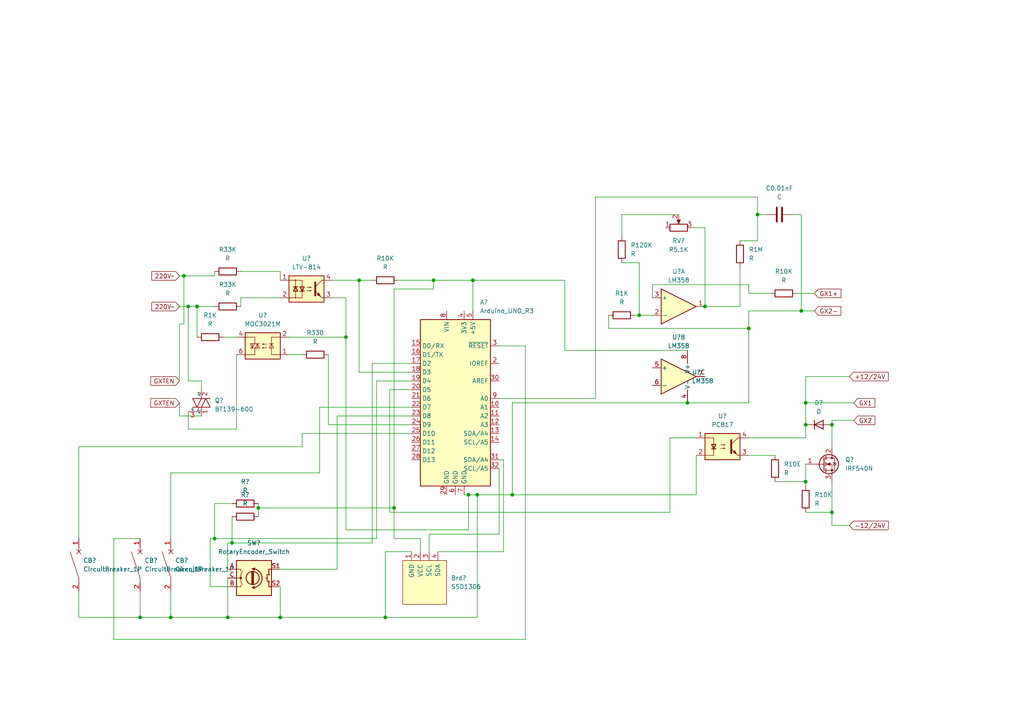
<source format=kicad_sch>
(kicad_sch (version 20211123) (generator eeschema)
  (paper "A4")
  (lib_symbols
    (symbol "Amplifier_Operational:LM358" (pin_names (offset 0.127))
      (property "Reference" "U" (at 0 5.08 0))
      (property "Value" "LM358" (at 0 -5.08 0))
      (symbol "LM358_1_1"
        (polyline (pts (xy -5.08 5.08) (xy 5.08 0) (xy -5.08 -5.08) (xy -5.08 5.08)) (stroke (width 0.254)) (fill (type background)))
        (pin output line (at 7.62 0 180) (length 2.54) (name "~") (number "1"))
        (pin input line (at -7.62 -2.54 0) (length 2.54) (name "-") (number "2"))
        (pin input line (at -7.62 2.54 0) (length 2.54) (name "+") (number "3"))
      )
      (symbol "LM358_2_1"
        (polyline (pts (xy -5.08 5.08) (xy 5.08 0) (xy -5.08 -5.08) (xy -5.08 5.08)) (stroke (width 0.254)) (fill (type background)))
        (pin input line (at -7.62 2.54 0) (length 2.54) (name "+") (number "5"))
        (pin input line (at -7.62 -2.54 0) (length 2.54) (name "-") (number "6"))
        (pin output line (at 7.62 0 180) (length 2.54) (name "~") (number "7"))
      )
      (symbol "LM358_3_1"
        (pin power_in line (at -2.54 -7.62 90) (length 3.81) (name "V-") (number "4"))
        (pin power_in line (at -2.54 7.62 270) (length 3.81) (name "V+") (number "8"))
      )
    )
    (symbol "Device:C" (pin_numbers hide) (pin_names (offset 0.254))
      (property "Reference" "C" (at 0.635 2.54 0))
      (property "Value" "C" (at 0.635 -2.54 0))
      (symbol "C_0_1"
        (polyline (pts (xy -2.032 -0.762) (xy 2.032 -0.762)) (stroke (width 0.508)))
        (polyline (pts (xy -2.032 0.762) (xy 2.032 0.762)) (stroke (width 0.508)))
      )
      (symbol "C_1_1"
        (pin passive line (at 0 3.81 270) (length 2.794) (name "~") (number "1"))
        (pin passive line (at 0 -3.81 90) (length 2.794) (name "~") (number "2"))
      )
    )
    (symbol "Device:CircuitBreaker_1P"
      (property "Reference" "CB" (at 1.905 0 0))
      (property "Value" "CircuitBreaker_1P" (at 1.905 1.905 0))
      (symbol "CircuitBreaker_1P_0_1"
        (polyline (pts (xy 0 -5.08) (xy 0 -3.81)))
        (polyline (pts (xy 0 -3.81) (xy -2.54 3.81)))
      )
      (symbol "CircuitBreaker_1P_1_1"
        (polyline (pts (xy -0.635 4.445) (xy 0.635 3.175)))
        (polyline (pts (xy 0 5.08) (xy 0 3.81)))
        (polyline (pts (xy 0.635 4.445) (xy -0.635 3.175)))
        (pin passive line (at 0 7.62 270) (length 2.54) (name "~") (number "1"))
        (pin passive line (at 0 -7.62 90) (length 2.54) (name "~") (number "2"))
      )
    )
    (symbol "Device:D" (pin_numbers hide) (pin_names (offset 1.016) hide)
      (property "Reference" "D" (at 0 2.54 0))
      (property "Value" "D" (at 0 -2.54 0))
      (symbol "D_0_1"
        (polyline (pts (xy -1.27 1.27) (xy -1.27 -1.27)) (stroke (width 0.254)))
        (polyline (pts (xy 1.27 0) (xy -1.27 0)))
        (polyline (pts (xy 1.27 1.27) (xy 1.27 -1.27) (xy -1.27 0) (xy 1.27 1.27)) (stroke (width 0.254)))
      )
      (symbol "D_1_1"
        (pin passive line (at -3.81 0 0) (length 2.54) (name "K") (number "1"))
        (pin passive line (at 3.81 0 180) (length 2.54) (name "A") (number "2"))
      )
    )
    (symbol "Device:R" (pin_numbers hide) (pin_names (offset 0))
      (property "Reference" "R" (at 2.032 0 90))
      (property "Value" "R" (at 0 0 90))
      (symbol "R_0_1"
        (rectangle (start -1.016 -2.54) (end 1.016 2.54) (stroke (width 0.254)))
      )
      (symbol "R_1_1"
        (pin passive line (at 0 3.81 270) (length 1.27) (name "~") (number "1"))
        (pin passive line (at 0 -3.81 90) (length 1.27) (name "~") (number "2"))
      )
    )
    (symbol "Device:R_Potentiometer" (pin_names (offset 1.016) hide)
      (property "Reference" "RV" (at -4.445 0 90))
      (property "Value" "R_Potentiometer" (at -2.54 0 90))
      (symbol "R_Potentiometer_0_1"
        (polyline (pts (xy 2.54 0) (xy 1.524 0)))
        (polyline (pts (xy 1.143 0) (xy 2.286 0.508) (xy 2.286 -0.508) (xy 1.143 0)) (fill (type outline)))
        (rectangle (start 1.016 2.54) (end -1.016 -2.54) (stroke (width 0.254)))
      )
      (symbol "R_Potentiometer_1_1"
        (pin passive line (at 0 3.81 270) (length 1.27) (name "1") (number "1"))
        (pin passive line (at 3.81 0 180) (length 1.27) (name "2") (number "2"))
        (pin passive line (at 0 -3.81 90) (length 1.27) (name "3") (number "3"))
      )
    )
    (symbol "Device:RotaryEncoder_Switch" (pin_names (offset 0.254) hide)
      (property "Reference" "SW" (at 0 6.604 0))
      (property "Value" "RotaryEncoder_Switch" (at 0 -6.604 0))
      (symbol "RotaryEncoder_Switch_0_1"
        (rectangle (start -5.08 5.08) (end 5.08 -5.08) (stroke (width 0.254)) (fill (type background)))
        (circle (center -3.81 0) (radius 0.254) (fill (type outline)))
        (arc (start -0.381 -2.794) (mid 2.3622 -0.0508) (end -0.381 2.667) (stroke (width 0.254)))
        (circle (center -0.381 0) (radius 1.905) (stroke (width 0.254)))
        (polyline (pts (xy -0.635 -1.778) (xy -0.635 1.778)) (stroke (width 0.254)))
        (polyline (pts (xy -0.381 -1.778) (xy -0.381 1.778)) (stroke (width 0.254)))
        (polyline (pts (xy -0.127 1.778) (xy -0.127 -1.778)) (stroke (width 0.254)))
        (polyline (pts (xy 3.81 0) (xy 3.429 0)) (stroke (width 0.254)))
        (polyline (pts (xy 3.81 1.016) (xy 3.81 -1.016)) (stroke (width 0.254)))
        (polyline (pts (xy -5.08 -2.54) (xy -3.81 -2.54) (xy -3.81 -2.032)))
        (polyline (pts (xy -5.08 2.54) (xy -3.81 2.54) (xy -3.81 2.032)))
        (polyline (pts (xy 0.254 -3.048) (xy -0.508 -2.794) (xy 0.127 -2.413)) (stroke (width 0.254)))
        (polyline (pts (xy 0.254 2.921) (xy -0.508 2.667) (xy 0.127 2.286)) (stroke (width 0.254)))
        (polyline (pts (xy 5.08 -2.54) (xy 4.318 -2.54) (xy 4.318 -1.016)) (stroke (width 0.254)))
        (polyline (pts (xy 5.08 2.54) (xy 4.318 2.54) (xy 4.318 1.016)) (stroke (width 0.254)))
        (polyline (pts (xy -5.08 0) (xy -3.81 0) (xy -3.81 -1.016) (xy -3.302 -2.032)))
        (polyline (pts (xy -4.318 0) (xy -3.81 0) (xy -3.81 1.016) (xy -3.302 2.032)))
        (circle (center 4.318 -1.016) (radius 0.127) (stroke (width 0.254)))
        (circle (center 4.318 1.016) (radius 0.127) (stroke (width 0.254)))
      )
      (symbol "RotaryEncoder_Switch_1_1"
        (pin passive line (at -7.62 2.54 0) (length 2.54) (name "A") (number "A"))
        (pin passive line (at -7.62 -2.54 0) (length 2.54) (name "B") (number "B"))
        (pin passive line (at -7.62 0 0) (length 2.54) (name "C") (number "C"))
        (pin passive line (at 7.62 2.54 180) (length 2.54) (name "S1") (number "S1"))
        (pin passive line (at 7.62 -2.54 180) (length 2.54) (name "S2") (number "S2"))
      )
    )
    (symbol "Isolator:LTV-814" (pin_names (offset 1.016))
      (property "Reference" "U" (at -5.08 5.08 0))
      (property "Value" "LTV-814" (at 0 5.08 0))
      (symbol "LTV-814_0_1"
        (rectangle (start -5.08 3.81) (end 5.08 -3.81) (stroke (width 0.254)) (fill (type background)))
        (circle (center -3.175 -2.54) (radius 0.127))
        (circle (center -3.175 2.54) (radius 0.127))
        (polyline (pts (xy -3.175 2.54) (xy -3.175 -2.54)))
        (polyline (pts (xy -1.905 -0.635) (xy -0.635 -0.635)) (stroke (width 0.254)))
        (polyline (pts (xy 2.54 0.635) (xy 4.445 2.54)))
        (polyline (pts (xy 4.445 -2.54) (xy 2.54 -0.635)) (fill (type outline)))
        (polyline (pts (xy 4.445 -2.54) (xy 5.08 -2.54)))
        (polyline (pts (xy 4.445 2.54) (xy 5.08 2.54)))
        (polyline (pts (xy -5.08 2.54) (xy -1.27 2.54) (xy -1.27 -0.762)))
        (polyline (pts (xy -1.27 -0.635) (xy -1.27 -2.54) (xy -5.08 -2.54)))
        (polyline (pts (xy 2.54 1.905) (xy 2.54 -1.905) (xy 2.54 -1.905)) (stroke (width 0.508)))
        (polyline (pts (xy -1.27 -0.635) (xy -1.905 0.635) (xy -0.635 0.635) (xy -1.27 -0.635)) (stroke (width 0.254)))
        (polyline (pts (xy 0.127 -0.508) (xy 1.397 -0.508) (xy 1.016 -0.635) (xy 1.016 -0.381) (xy 1.397 -0.508)))
        (polyline (pts (xy 0.127 0.508) (xy 1.397 0.508) (xy 1.016 0.381) (xy 1.016 0.635) (xy 1.397 0.508)))
        (polyline (pts (xy 3.048 -1.651) (xy 3.556 -1.143) (xy 4.064 -2.159) (xy 3.048 -1.651) (xy 3.048 -1.651)) (fill (type outline)))
      )
      (symbol "LTV-814_1_1"
        (polyline (pts (xy -3.81 0.635) (xy -2.54 0.635)) (stroke (width 0.254)))
        (polyline (pts (xy -3.175 0.635) (xy -3.81 -0.635) (xy -2.54 -0.635) (xy -3.175 0.635)) (stroke (width 0.254)))
        (pin passive line (at -7.62 2.54 0) (length 2.54) (name "~") (number "1"))
        (pin passive line (at -7.62 -2.54 0) (length 2.54) (name "~") (number "2"))
        (pin passive line (at 7.62 -2.54 180) (length 2.54) (name "~") (number "3"))
        (pin passive line (at 7.62 2.54 180) (length 2.54) (name "~") (number "4"))
      )
    )
    (symbol "Isolator:PC817" (pin_names (offset 1.016))
      (property "Reference" "U" (at -5.08 5.08 0))
      (property "Value" "PC817" (at 0 5.08 0))
      (symbol "PC817_0_1"
        (rectangle (start -5.08 3.81) (end 5.08 -3.81) (stroke (width 0.254)) (fill (type background)))
        (polyline (pts (xy -3.175 -0.635) (xy -1.905 -0.635)) (stroke (width 0.254)))
        (polyline (pts (xy 2.54 0.635) (xy 4.445 2.54)))
        (polyline (pts (xy 4.445 -2.54) (xy 2.54 -0.635)) (fill (type outline)))
        (polyline (pts (xy 4.445 -2.54) (xy 5.08 -2.54)))
        (polyline (pts (xy 4.445 2.54) (xy 5.08 2.54)))
        (polyline (pts (xy -5.08 2.54) (xy -2.54 2.54) (xy -2.54 -0.635)))
        (polyline (pts (xy -2.54 -0.635) (xy -2.54 -2.54) (xy -5.08 -2.54)))
        (polyline (pts (xy 2.54 1.905) (xy 2.54 -1.905) (xy 2.54 -1.905)) (stroke (width 0.508)))
        (polyline (pts (xy -2.54 -0.635) (xy -3.175 0.635) (xy -1.905 0.635) (xy -2.54 -0.635)) (stroke (width 0.254)))
        (polyline (pts (xy -0.508 -0.508) (xy 0.762 -0.508) (xy 0.381 -0.635) (xy 0.381 -0.381) (xy 0.762 -0.508)))
        (polyline (pts (xy -0.508 0.508) (xy 0.762 0.508) (xy 0.381 0.381) (xy 0.381 0.635) (xy 0.762 0.508)))
        (polyline (pts (xy 3.048 -1.651) (xy 3.556 -1.143) (xy 4.064 -2.159) (xy 3.048 -1.651) (xy 3.048 -1.651)) (fill (type outline)))
      )
      (symbol "PC817_1_1"
        (pin passive line (at -7.62 2.54 0) (length 2.54) (name "~") (number "1"))
        (pin passive line (at -7.62 -2.54 0) (length 2.54) (name "~") (number "2"))
        (pin passive line (at 7.62 -2.54 180) (length 2.54) (name "~") (number "3"))
        (pin passive line (at 7.62 2.54 180) (length 2.54) (name "~") (number "4"))
      )
    )
    (symbol "MCU_Module:Arduino_UNO_R3"
      (property "Reference" "A" (at -10.16 23.495 0))
      (property "Value" "Arduino_UNO_R3" (at 5.08 -26.67 0))
      (symbol "Arduino_UNO_R3_0_1"
        (rectangle (start -10.16 22.86) (end 10.16 -25.4) (stroke (width 0.254)) (fill (type background)))
      )
      (symbol "Arduino_UNO_R3_1_1"
        (pin no_connect line (at -10.16 -20.32 0) (length 2.54) hide (name "NC") (number "1"))
        (pin bidirectional line (at 12.7 -2.54 180) (length 2.54) (name "A1") (number "10"))
        (pin bidirectional line (at 12.7 -5.08 180) (length 2.54) (name "A2") (number "11"))
        (pin bidirectional line (at 12.7 -7.62 180) (length 2.54) (name "A3") (number "12"))
        (pin bidirectional line (at 12.7 -10.16 180) (length 2.54) (name "SDA/A4") (number "13"))
        (pin bidirectional line (at 12.7 -12.7 180) (length 2.54) (name "SCL/A5") (number "14"))
        (pin bidirectional line (at -12.7 15.24 0) (length 2.54) (name "D0/RX") (number "15"))
        (pin bidirectional line (at -12.7 12.7 0) (length 2.54) (name "D1/TX") (number "16"))
        (pin bidirectional line (at -12.7 10.16 0) (length 2.54) (name "D2") (number "17"))
        (pin bidirectional line (at -12.7 7.62 0) (length 2.54) (name "D3") (number "18"))
        (pin bidirectional line (at -12.7 5.08 0) (length 2.54) (name "D4") (number "19"))
        (pin output line (at 12.7 10.16 180) (length 2.54) (name "IOREF") (number "2"))
        (pin bidirectional line (at -12.7 2.54 0) (length 2.54) (name "D5") (number "20"))
        (pin bidirectional line (at -12.7 0 0) (length 2.54) (name "D6") (number "21"))
        (pin bidirectional line (at -12.7 -2.54 0) (length 2.54) (name "D7") (number "22"))
        (pin bidirectional line (at -12.7 -5.08 0) (length 2.54) (name "D8") (number "23"))
        (pin bidirectional line (at -12.7 -7.62 0) (length 2.54) (name "D9") (number "24"))
        (pin bidirectional line (at -12.7 -10.16 0) (length 2.54) (name "D10") (number "25"))
        (pin bidirectional line (at -12.7 -12.7 0) (length 2.54) (name "D11") (number "26"))
        (pin bidirectional line (at -12.7 -15.24 0) (length 2.54) (name "D12") (number "27"))
        (pin bidirectional line (at -12.7 -17.78 0) (length 2.54) (name "D13") (number "28"))
        (pin power_in line (at -2.54 -27.94 90) (length 2.54) (name "GND") (number "29"))
        (pin input line (at 12.7 15.24 180) (length 2.54) (name "~{RESET}") (number "3"))
        (pin input line (at 12.7 5.08 180) (length 2.54) (name "AREF") (number "30"))
        (pin bidirectional line (at 12.7 -17.78 180) (length 2.54) (name "SDA/A4") (number "31"))
        (pin bidirectional line (at 12.7 -20.32 180) (length 2.54) (name "SCL/A5") (number "32"))
        (pin power_out line (at 2.54 25.4 270) (length 2.54) (name "3V3") (number "4"))
        (pin power_out line (at 5.08 25.4 270) (length 2.54) (name "+5V") (number "5"))
        (pin power_in line (at 0 -27.94 90) (length 2.54) (name "GND") (number "6"))
        (pin power_in line (at 2.54 -27.94 90) (length 2.54) (name "GND") (number "7"))
        (pin power_in line (at -2.54 25.4 270) (length 2.54) (name "VIN") (number "8"))
        (pin bidirectional line (at 12.7 0 180) (length 2.54) (name "A0") (number "9"))
      )
    )
    (symbol "Relay_SolidState:MOC3021M"
      (property "Reference" "U" (at -5.334 4.826 0))
      (property "Value" "MOC3021M" (at 0 5.08 0))
      (symbol "MOC3021M_0_1"
        (rectangle (start -5.08 3.81) (end 5.08 -3.81) (stroke (width 0.254)) (fill (type background)))
        (polyline (pts (xy -3.175 -0.635) (xy -1.905 -0.635)))
        (polyline (pts (xy 1.524 -0.635) (xy 1.524 0.635)))
        (polyline (pts (xy 3.048 0.635) (xy 3.048 -0.635)))
        (polyline (pts (xy 2.286 -0.635) (xy 2.286 -2.54) (xy 5.08 -2.54)))
        (polyline (pts (xy 2.286 0.635) (xy 2.286 2.54) (xy 5.08 2.54)))
        (polyline (pts (xy -5.08 2.54) (xy -2.54 2.54) (xy -2.54 -2.54) (xy -5.08 -2.54)))
        (polyline (pts (xy -2.54 -0.635) (xy -3.175 0.635) (xy -1.905 0.635) (xy -2.54 -0.635)))
        (polyline (pts (xy 0.889 -0.635) (xy 3.683 -0.635) (xy 3.048 0.635) (xy 2.413 -0.635)))
        (polyline (pts (xy 3.683 0.635) (xy 0.889 0.635) (xy 1.524 -0.635) (xy 2.159 0.635)))
        (polyline (pts (xy -1.143 -0.508) (xy 0.127 -0.508) (xy -0.254 -0.635) (xy -0.254 -0.381) (xy 0.127 -0.508)))
        (polyline (pts (xy -1.143 0.508) (xy 0.127 0.508) (xy -0.254 0.381) (xy -0.254 0.635) (xy 0.127 0.508)))
      )
      (symbol "MOC3021M_1_1"
        (pin passive line (at -7.62 2.54 0) (length 2.54) (name "~") (number "1"))
        (pin passive line (at -7.62 -2.54 0) (length 2.54) (name "~") (number "2"))
        (pin no_connect line (at -5.08 0 0) (length 2.54) hide (name "NC") (number "3"))
        (pin passive line (at 7.62 -2.54 180) (length 2.54) (name "~") (number "4"))
        (pin no_connect line (at 5.08 0 180) (length 2.54) hide (name "NC") (number "5"))
        (pin passive line (at 7.62 2.54 180) (length 2.54) (name "~") (number "6"))
      )
    )
    (symbol "SSD1306-128x64_OLED:SSD1306" (pin_names (offset 1.016))
      (property "Reference" "Brd" (at 0 -3.81 0))
      (property "Value" "SSD1306" (at 0 -1.27 0))
      (symbol "SSD1306_0_1"
        (rectangle (start -6.35 6.35) (end 6.35 -6.35) (fill (type background)))
      )
      (symbol "SSD1306_1_1"
        (pin input line (at -3.81 8.89 270) (length 2.54) (name "GND") (number "1"))
        (pin input line (at -1.27 8.89 270) (length 2.54) (name "VCC") (number "2"))
        (pin input line (at 1.27 8.89 270) (length 2.54) (name "SCL") (number "3"))
        (pin input line (at 3.81 8.89 270) (length 2.54) (name "SDA") (number "4"))
      )
    )
    (symbol "Transistor_FET:IRF540N" (pin_names hide)
      (property "Reference" "Q" (at 6.35 1.905 0))
      (property "Value" "IRF540N" (at 6.35 0 0))
      (symbol "IRF540N_0_1"
        (polyline (pts (xy 0.254 0) (xy -2.54 0)))
        (polyline (pts (xy 0.254 1.905) (xy 0.254 -1.905)) (stroke (width 0.254)))
        (polyline (pts (xy 0.762 -1.27) (xy 0.762 -2.286)) (stroke (width 0.254)))
        (polyline (pts (xy 0.762 0.508) (xy 0.762 -0.508)) (stroke (width 0.254)))
        (polyline (pts (xy 0.762 2.286) (xy 0.762 1.27)) (stroke (width 0.254)))
        (polyline (pts (xy 2.54 2.54) (xy 2.54 1.778)))
        (polyline (pts (xy 2.54 -2.54) (xy 2.54 0) (xy 0.762 0)))
        (polyline (pts (xy 0.762 -1.778) (xy 3.302 -1.778) (xy 3.302 1.778) (xy 0.762 1.778)))
        (polyline (pts (xy 1.016 0) (xy 2.032 0.381) (xy 2.032 -0.381) (xy 1.016 0)) (fill (type outline)))
        (polyline (pts (xy 2.794 0.508) (xy 2.921 0.381) (xy 3.683 0.381) (xy 3.81 0.254)))
        (polyline (pts (xy 3.302 0.381) (xy 2.921 -0.254) (xy 3.683 -0.254) (xy 3.302 0.381)))
        (circle (center 1.651 0) (radius 2.794) (stroke (width 0.254)))
        (circle (center 2.54 -1.778) (radius 0.254) (fill (type outline)))
        (circle (center 2.54 1.778) (radius 0.254) (fill (type outline)))
      )
      (symbol "IRF540N_1_1"
        (pin input line (at -5.08 0 0) (length 2.54) (name "G") (number "1"))
        (pin passive line (at 2.54 5.08 270) (length 2.54) (name "D") (number "2"))
        (pin passive line (at 2.54 -5.08 90) (length 2.54) (name "S") (number "3"))
      )
    )
    (symbol "Triac_Thyristor:BT139-600" (pin_names (offset 0))
      (property "Reference" "Q" (at 5.08 1.905 0))
      (property "Value" "BT139-600" (at 5.08 0 0))
      (symbol "BT139-600_0_1"
        (polyline (pts (xy -2.54 -1.27) (xy 2.54 -1.27)) (stroke (width 0.2032)))
        (polyline (pts (xy -2.54 1.27) (xy 2.54 1.27)) (stroke (width 0.2032)))
        (polyline (pts (xy -1.27 -2.54) (xy -0.635 -1.27)))
        (polyline (pts (xy -2.54 1.27) (xy -1.27 -1.27) (xy 0 1.27)) (stroke (width 0.2032)))
        (polyline (pts (xy 0 -1.27) (xy 1.27 1.27) (xy 2.54 -1.27)) (stroke (width 0.2032)))
      )
      (symbol "BT139-600_1_1"
        (pin passive line (at 0 -3.81 90) (length 2.54) (name "A1") (number "1"))
        (pin passive line (at 0 3.81 270) (length 2.54) (name "A2") (number "2"))
        (pin input line (at -3.81 -2.54 0) (length 2.54) (name "G") (number "3"))
      )
    )
  )
  (junction (at 62.23 156.21))
  (junction (at 100.33 97.79))
  (junction (at 233.68 139.7))
  (junction (at 233.68 123.19))
  (junction (at 74.93 147.32))
  (junction (at 137.16 81.28))
  (junction (at 199.39 116.84))
  (junction (at 241.3 123.19))
  (junction (at 204.47 88.9))
  (junction (at 125.73 81.28))
  (junction (at 114.3 147.32))
  (junction (at 219.71 62.23))
  (junction (at 241.3 148.59))
  (junction (at 104.14 81.28))
  (junction (at 185.42 91.44))
  (junction (at 138.43 143.51))
  (junction (at 40.64 179.07))
  (junction (at 54.61 88.9))
  (junction (at 53.34 80.01))
  (junction (at 57.15 88.9))
  (junction (at 233.68 116.84))
  (junction (at 66.04 179.07))
  (junction (at 217.17 95.25))
  (junction (at 67.31 157.48))
  (junction (at 148.59 143.51))
  (junction (at 49.53 179.07))
  (junction (at 135.89 143.51))
  (junction (at 232.41 90.17))
  (junction (at 111.76 179.07))
  (junction (at 81.28 179.07))
  (wire (pts (xy 67.31 149.86) (xy 67.31 157.48)))
  (wire (pts (xy 233.68 139.7) (xy 233.68 134.62)))
  (wire (pts (xy 66.04 179.07) (xy 81.28 179.07)))
  (wire (pts (xy 111.76 179.07) (xy 138.43 179.07)))
  (wire (pts (xy 144.78 133.35) (xy 146.05 133.35)))
  (wire (pts (xy 113.03 148.59) (xy 194.31 148.59)))
  (wire (pts (xy 67.31 146.05) (xy 62.23 146.05)))
  (wire (pts (xy 233.68 116.84) (xy 233.68 123.19)))
  (wire (pts (xy 52.07 120.65) (xy 52.07 116.84)))
  (wire (pts (xy 81.28 86.36) (xy 69.85 86.36)))
  (wire (pts (xy 114.3 156.21) (xy 114.3 147.32)))
  (wire (pts (xy 81.28 170.18) (xy 81.28 179.07)))
  (wire (pts (xy 138.43 179.07) (xy 138.43 143.51)))
  (wire (pts (xy 69.85 78.74) (xy 81.28 78.74)))
  (wire (pts (xy 60.96 170.18) (xy 66.04 170.18)))
  (wire (pts (xy 144.78 135.89) (xy 144.78 154.94)))
  (wire (pts (xy 224.79 139.7) (xy 233.68 139.7)))
  (wire (pts (xy 121.92 156.21) (xy 114.3 156.21)))
  (wire (pts (xy 104.14 81.28) (xy 107.95 81.28)))
  (wire (pts (xy 196.85 62.23) (xy 180.34 62.23)))
  (wire (pts (xy 233.68 127) (xy 233.68 123.19)))
  (wire (pts (xy 148.59 116.84) (xy 148.59 143.51)))
  (wire (pts (xy 217.17 127) (xy 233.68 127)))
  (wire (pts (xy 138.43 143.51) (xy 148.59 143.51)))
  (wire (pts (xy 172.72 115.57) (xy 144.78 115.57)))
  (wire (pts (xy 114.3 83.82) (xy 125.73 83.82)))
  (wire (pts (xy 81.28 78.74) (xy 81.28 81.28)))
  (wire (pts (xy 217.17 85.09) (xy 223.52 85.09)))
  (wire (pts (xy 217.17 132.08) (xy 224.79 132.08)))
  (wire (pts (xy 66.04 157.48) (xy 67.31 157.48)))
  (wire (pts (xy 58.42 110.49) (xy 54.61 110.49)))
  (wire (pts (xy 219.71 62.23) (xy 219.71 69.85)))
  (wire (pts (xy 53.34 80.01) (xy 62.23 80.01)))
  (wire (pts (xy 87.63 129.54) (xy 22.86 129.54)))
  (wire (pts (xy 214.63 77.47) (xy 214.63 88.9)))
  (wire (pts (xy 54.61 119.38) (xy 54.61 124.46)))
  (wire (pts (xy 60.96 156.21) (xy 60.96 170.18)))
  (wire (pts (xy 229.87 62.23) (xy 232.41 62.23)))
  (wire (pts (xy 246.38 152.4) (xy 241.3 152.4)))
  (wire (pts (xy 62.23 156.21) (xy 60.96 156.21)))
  (wire (pts (xy 119.38 118.11) (xy 92.71 118.11)))
  (wire (pts (xy 97.79 120.65) (xy 97.79 165.1)))
  (wire (pts (xy 22.86 171.45) (xy 22.86 179.07)))
  (wire (pts (xy 199.39 116.84) (xy 148.59 116.84)))
  (wire (pts (xy 119.38 113.03) (xy 113.03 113.03)))
  (wire (pts (xy 57.15 88.9) (xy 57.15 97.79)))
  (wire (pts (xy 111.76 160.02) (xy 111.76 179.07)))
  (wire (pts (xy 163.83 101.6) (xy 199.39 101.6)))
  (wire (pts (xy 232.41 90.17) (xy 217.17 90.17)))
  (wire (pts (xy 74.93 146.05) (xy 74.93 147.32)))
  (wire (pts (xy 40.64 171.45) (xy 40.64 179.07)))
  (wire (pts (xy 69.85 86.36) (xy 69.85 88.9)))
  (wire (pts (xy 125.73 83.82) (xy 125.73 81.28)))
  (wire (pts (xy 57.15 88.9) (xy 62.23 88.9)))
  (wire (pts (xy 74.93 147.32) (xy 74.93 149.86)))
  (wire (pts (xy 217.17 82.55) (xy 217.17 85.09)))
  (wire (pts (xy 137.16 90.17) (xy 137.16 81.28)))
  (wire (pts (xy 22.86 179.07) (xy 40.64 179.07)))
  (wire (pts (xy 54.61 88.9) (xy 54.61 110.49)))
  (wire (pts (xy 74.93 147.32) (xy 114.3 147.32)))
  (wire (pts (xy 52.07 88.9) (xy 54.61 88.9)))
  (wire (pts (xy 104.14 107.95) (xy 119.38 107.95)))
  (wire (pts (xy 127 160.02) (xy 146.05 160.02)))
  (wire (pts (xy 49.53 137.16) (xy 49.53 156.21)))
  (wire (pts (xy 52.07 93.98) (xy 53.34 93.98)))
  (wire (pts (xy 58.42 113.03) (xy 58.42 110.49)))
  (wire (pts (xy 134.62 143.51) (xy 135.89 143.51)))
  (wire (pts (xy 194.31 148.59) (xy 194.31 127)))
  (wire (pts (xy 236.22 90.17) (xy 232.41 90.17)))
  (wire (pts (xy 109.22 110.49) (xy 109.22 156.21)))
  (wire (pts (xy 114.3 147.32) (xy 114.3 83.82)))
  (wire (pts (xy 241.3 121.92) (xy 241.3 123.19)))
  (wire (pts (xy 92.71 118.11) (xy 92.71 137.16)))
  (wire (pts (xy 53.34 93.98) (xy 53.34 80.01)))
  (wire (pts (xy 125.73 81.28) (xy 137.16 81.28)))
  (wire (pts (xy 52.07 80.01) (xy 53.34 80.01)))
  (wire (pts (xy 119.38 120.65) (xy 97.79 120.65)))
  (wire (pts (xy 233.68 148.59) (xy 241.3 148.59)))
  (wire (pts (xy 135.89 143.51) (xy 138.43 143.51)))
  (wire (pts (xy 217.17 95.25) (xy 217.17 116.84)))
  (wire (pts (xy 184.15 91.44) (xy 185.42 91.44)))
  (wire (pts (xy 87.63 125.73) (xy 87.63 129.54)))
  (wire (pts (xy 119.38 123.19) (xy 95.25 123.19)))
  (wire (pts (xy 113.03 113.03) (xy 113.03 148.59)))
  (wire (pts (xy 241.3 123.19) (xy 241.3 129.54)))
  (wire (pts (xy 107.95 105.41) (xy 119.38 105.41)))
  (wire (pts (xy 104.14 81.28) (xy 104.14 107.95)))
  (wire (pts (xy 219.71 57.15) (xy 219.71 62.23)))
  (wire (pts (xy 119.38 125.73) (xy 87.63 125.73)))
  (wire (pts (xy 214.63 88.9) (xy 204.47 88.9)))
  (wire (pts (xy 81.28 165.1) (xy 97.79 165.1)))
  (wire (pts (xy 124.46 154.94) (xy 144.78 154.94)))
  (wire (pts (xy 180.34 76.2) (xy 185.42 76.2)))
  (wire (pts (xy 121.92 156.21) (xy 121.92 160.02)))
  (wire (pts (xy 189.23 86.36) (xy 189.23 82.55)))
  (wire (pts (xy 81.28 179.07) (xy 111.76 179.07)))
  (wire (pts (xy 135.89 153.67) (xy 135.89 143.51)))
  (wire (pts (xy 68.58 124.46) (xy 54.61 124.46)))
  (wire (pts (xy 40.64 179.07) (xy 49.53 179.07)))
  (wire (pts (xy 104.14 81.28) (xy 96.52 81.28)))
  (wire (pts (xy 107.95 157.48) (xy 107.95 105.41)))
  (wire (pts (xy 119.38 160.02) (xy 111.76 160.02)))
  (wire (pts (xy 231.14 85.09) (xy 236.22 85.09)))
  (wire (pts (xy 62.23 146.05) (xy 62.23 156.21)))
  (wire (pts (xy 100.33 86.36) (xy 100.33 97.79)))
  (wire (pts (xy 66.04 165.1) (xy 66.04 157.48)))
  (wire (pts (xy 66.04 167.64) (xy 66.04 179.07)))
  (wire (pts (xy 83.82 97.79) (xy 100.33 97.79)))
  (wire (pts (xy 137.16 81.28) (xy 163.83 81.28)))
  (wire (pts (xy 68.58 102.87) (xy 68.58 124.46)))
  (wire (pts (xy 204.47 66.04) (xy 200.66 66.04)))
  (wire (pts (xy 194.31 127) (xy 201.93 127)))
  (wire (pts (xy 95.25 123.19) (xy 95.25 102.87)))
  (wire (pts (xy 148.59 143.51) (xy 201.93 143.51)))
  (wire (pts (xy 247.65 121.92) (xy 241.3 121.92)))
  (wire (pts (xy 199.39 116.84) (xy 217.17 116.84)))
  (wire (pts (xy 233.68 139.7) (xy 233.68 140.97)))
  (wire (pts (xy 152.4 100.33) (xy 144.78 100.33)))
  (wire (pts (xy 64.77 97.79) (xy 68.58 97.79)))
  (wire (pts (xy 100.33 97.79) (xy 100.33 153.67)))
  (wire (pts (xy 204.47 88.9) (xy 204.47 66.04)))
  (wire (pts (xy 172.72 115.57) (xy 172.72 57.15)))
  (wire (pts (xy 201.93 143.51) (xy 201.93 132.08)))
  (wire (pts (xy 49.53 179.07) (xy 66.04 179.07)))
  (wire (pts (xy 217.17 90.17) (xy 217.17 95.25)))
  (wire (pts (xy 100.33 153.67) (xy 135.89 153.67)))
  (wire (pts (xy 109.22 156.21) (xy 62.23 156.21)))
  (wire (pts (xy 185.42 91.44) (xy 189.23 91.44)))
  (wire (pts (xy 92.71 137.16) (xy 49.53 137.16)))
  (wire (pts (xy 54.61 88.9) (xy 57.15 88.9)))
  (wire (pts (xy 115.57 81.28) (xy 125.73 81.28)))
  (wire (pts (xy 33.02 156.21) (xy 33.02 185.42)))
  (wire (pts (xy 146.05 160.02) (xy 146.05 133.35)))
  (wire (pts (xy 176.53 91.44) (xy 176.53 95.25)))
  (wire (pts (xy 67.31 157.48) (xy 107.95 157.48)))
  (wire (pts (xy 124.46 160.02) (xy 124.46 154.94)))
  (wire (pts (xy 214.63 69.85) (xy 219.71 69.85)))
  (wire (pts (xy 49.53 171.45) (xy 49.53 179.07)))
  (wire (pts (xy 22.86 129.54) (xy 22.86 156.21)))
  (wire (pts (xy 185.42 76.2) (xy 185.42 91.44)))
  (wire (pts (xy 241.3 139.7) (xy 241.3 148.59)))
  (wire (pts (xy 246.38 109.22) (xy 233.68 109.22)))
  (wire (pts (xy 152.4 185.42) (xy 152.4 100.33)))
  (wire (pts (xy 33.02 185.42) (xy 152.4 185.42)))
  (wire (pts (xy 62.23 80.01) (xy 62.23 78.74)))
  (wire (pts (xy 119.38 110.49) (xy 109.22 110.49)))
  (wire (pts (xy 219.71 62.23) (xy 222.25 62.23)))
  (wire (pts (xy 232.41 62.23) (xy 232.41 90.17)))
  (wire (pts (xy 58.42 120.65) (xy 52.07 120.65)))
  (wire (pts (xy 180.34 62.23) (xy 180.34 68.58)))
  (wire (pts (xy 96.52 86.36) (xy 100.33 86.36)))
  (wire (pts (xy 176.53 95.25) (xy 217.17 95.25)))
  (wire (pts (xy 247.65 116.84) (xy 233.68 116.84)))
  (wire (pts (xy 189.23 82.55) (xy 217.17 82.55)))
  (wire (pts (xy 233.68 109.22) (xy 233.68 116.84)))
  (wire (pts (xy 40.64 156.21) (xy 33.02 156.21)))
  (wire (pts (xy 172.72 57.15) (xy 219.71 57.15)))
  (wire (pts (xy 163.83 81.28) (xy 163.83 101.6)))
  (wire (pts (xy 241.3 152.4) (xy 241.3 148.59)))
  (wire (pts (xy 52.07 110.49) (xy 52.07 93.98)))
  (wire (pts (xy 83.82 102.87) (xy 87.63 102.87)))
  (global_label "GX2" (shape input) (at 247.65 121.92 0) (property "Intersheet References" "${INTERSHEET_REFS}" (effects hide)))
  (global_label "-12{slash}24V" (shape input) (at 246.38 152.4 0) (property "Intersheet References" "${INTERSHEET_REFS}" (effects hide)))
  (global_label "+12{slash}24V" (shape input) (at 246.38 109.22 0) (property "Intersheet References" "${INTERSHEET_REFS}" (effects hide)))
  (global_label "GX2-" (shape input) (at 236.22 90.17 0) (property "Intersheet References" "${INTERSHEET_REFS}" (effects hide)))
  (global_label "GXTEN" (shape input) (at 52.07 116.84 180) (property "Intersheet References" "${INTERSHEET_REFS}" (effects hide)))
  (global_label "GXTEN" (shape input) (at 52.07 110.49 180) (property "Intersheet References" "${INTERSHEET_REFS}" (effects hide)))
  (global_label "GX1+" (shape input) (at 236.22 85.09 0) (property "Intersheet References" "${INTERSHEET_REFS}" (effects hide)))
  (global_label "GX1" (shape input) (at 247.65 116.84 0) (property "Intersheet References" "${INTERSHEET_REFS}" (effects hide)))
  (global_label "220V~" (shape input) (at 52.07 80.01 180) (property "Intersheet References" "${INTERSHEET_REFS}" (effects hide)))
  (global_label "220V~" (shape input) (at 52.07 88.9 180) (property "Intersheet References" "${INTERSHEET_REFS}" (effects hide)))
  (symbol (lib_id "Device:R") (at 71.12 146.05 90) (unit 1)
    (property "Reference" "R?" (at 71.12 139.7 90))
    (property "Value" "R" (at 71.12 142.24 90))
  )
  (symbol (lib_id "Device:C") (at 226.06 62.23 90) (unit 1)
    (property "Reference" "C0.01nF" (at 226.06 54.61 90))
    (property "Value" "C" (at 226.06 57.15 90))
  )
  (symbol (lib_id "Device:R") (at 224.79 135.89 0) (unit 1)
    (property "Reference" "R10E" (at 227.33 134.6199 0) (effects (justify left)))
    (property "Value" "R" (at 227.33 137.1599 0) (effects (justify left)))
  )
  (symbol (lib_id "Amplifier_Operational:LM358") (at 196.85 109.22 0) (unit 2)
    (property "Reference" "U?" (at 196.85 97.79 0))
    (property "Value" "LM358" (at 196.85 100.33 0))
    (property "Datasheet" "http://www.ti.com/lit/ds/symlink/lm2904-n.pdf" (effects hide))
  )
  (symbol (lib_id "MCU_Module:Arduino_UNO_R3") (at 132.08 115.57 0) (unit 1)
    (property "Reference" "A?" (at 139.1794 87.63 0) (effects (justify left)))
    (property "Value" "Arduino_UNO_R3" (at 139.1794 90.17 0) (effects (justify left)))
    (property "Footprint" "Module:Arduino_UNO_R3" (effects hide))
    (property "Datasheet" "https://www.arduino.cc/en/Main/arduinoBoardUno" (effects hide))
  )
  (symbol (lib_id "Device:R") (at 227.33 85.09 90) (unit 1)
    (property "Reference" "R10K" (at 227.33 78.74 90))
    (property "Value" "R" (at 227.33 81.28 90))
  )
  (symbol (lib_id "Device:CircuitBreaker_1P") (at 40.64 163.83 0) (unit 1)
    (property "Reference" "CB?" (at 41.91 162.5599 0) (effects (justify left)))
    (property "Value" "CircuitBreaker_1P" (at 41.91 165.0999 0) (effects (justify left)))
  )
  (symbol (lib_id "Device:R") (at 214.63 73.66 0) (unit 1)
    (property "Reference" "R1M" (at 217.17 72.3899 0) (effects (justify left)))
    (property "Value" "R" (at 217.17 74.9299 0) (effects (justify left)))
  )
  (symbol (lib_id "Device:R") (at 71.12 149.86 90) (unit 1)
    (property "Reference" "R?" (at 71.12 143.51 90))
    (property "Value" "R" (at 71.12 146.05 90))
  )
  (symbol (lib_id "Triac_Thyristor:BT139-600") (at 58.42 116.84 0) (unit 1)
    (property "Reference" "Q?" (at 62.23 116.1541 0) (effects (justify left)))
    (property "Value" "BT139-600" (at 62.23 118.6941 0) (effects (justify left)))
    (property "Footprint" "Package_TO_SOT_THT:TO-220-3_Vertical" (effects hide))
    (property "Datasheet" "https://www.rapidonline.com/pdf/47-3240.pdf" (effects hide))
  )
  (symbol (lib_id "Device:RotaryEncoder_Switch") (at 73.66 167.64 0) (unit 1)
    (property "Reference" "SW?" (at 73.66 157.48 0))
    (property "Value" "RotaryEncoder_Switch" (at 73.66 160.02 0))
  )
  (symbol (lib_id "Device:R") (at 60.96 97.79 90) (unit 1)
    (property "Reference" "R1K" (at 60.96 91.44 90))
    (property "Value" "R" (at 60.96 93.98 90))
  )
  (symbol (lib_id "Device:R") (at 111.76 81.28 90) (unit 1)
    (property "Reference" "R10K" (at 111.76 74.93 90))
    (property "Value" "R" (at 111.76 77.47 90))
  )
  (symbol (lib_id "Isolator:PC817") (at 209.55 129.54 0) (unit 1)
    (property "Reference" "U?" (at 209.55 120.65 0))
    (property "Value" "PC817" (at 209.55 123.19 0))
    (property "Footprint" "Package_DIP:DIP-4_W7.62mm" (effects hide))
    (property "Datasheet" "http://www.soselectronic.cz/a_info/resource/d/pc817.pdf" (effects hide))
  )
  (symbol (lib_id "Device:D") (at 237.49 123.19 0) (unit 1)
    (property "Reference" "D?" (at 237.49 116.84 0))
    (property "Value" "D" (at 237.49 119.38 0))
  )
  (symbol (lib_id "Device:R") (at 91.44 102.87 90) (unit 1)
    (property "Reference" "R330" (at 91.44 96.52 90))
    (property "Value" "R" (at 91.44 99.06 90))
  )
  (symbol (lib_id "SSD1306-128x64_OLED:SSD1306") (at 123.19 168.91 0) (unit 1)
    (property "Reference" "Brd?" (at 130.81 167.6399 0) (effects (justify left)))
    (property "Value" "SSD1306" (at 130.81 170.1799 0) (effects (justify left)))
  )
  (symbol (lib_id "Isolator:LTV-814") (at 88.9 83.82 0) (unit 1)
    (property "Reference" "U?" (at 88.9 74.93 0))
    (property "Value" "LTV-814" (at 88.9 77.47 0))
    (property "Footprint" "Package_DIP:DIP-4_W7.62mm" (effects hide))
    (property "Datasheet" "https://optoelectronics.liteon.com/upload/download/DS-70-96-0013/LTV-8X4%20series%20201509.pdf" (effects hide))
  )
  (symbol (lib_id "Device:CircuitBreaker_1P") (at 22.86 163.83 0) (unit 1)
    (property "Reference" "CB?" (at 24.13 162.5599 0) (effects (justify left)))
    (property "Value" "CircuitBreaker_1P" (at 24.13 165.0999 0) (effects (justify left)))
  )
  (symbol (lib_id "Device:R") (at 180.34 91.44 90) (unit 1)
    (property "Reference" "R1K" (at 180.34 85.09 90))
    (property "Value" "R" (at 180.34 87.63 90))
  )
  (symbol (lib_id "Amplifier_Operational:LM358") (at 196.85 88.9 0) (unit 1)
    (property "Reference" "U?" (at 196.85 78.74 0))
    (property "Value" "LM358" (at 196.85 81.28 0))
    (property "Datasheet" "http://www.ti.com/lit/ds/symlink/lm2904-n.pdf" (effects hide))
  )
  (symbol (lib_id "Device:R_Potentiometer") (at 196.85 66.04 90) (unit 1)
    (property "Reference" "RV?" (at 196.85 69.85 90))
    (property "Value" "R5.1K" (at 196.85 72.39 90))
  )
  (symbol (lib_id "Device:R") (at 66.04 88.9 90) (unit 1)
    (property "Reference" "R33K" (at 66.04 82.55 90))
    (property "Value" "R" (at 66.04 85.09 90))
  )
  (symbol (lib_id "Amplifier_Operational:LM358") (at 201.93 109.22 0) (unit 3)
    (property "Reference" "U?" (at 200.66 107.9499 0) (effects (justify left)))
    (property "Value" "LM358" (at 200.66 110.4899 0) (effects (justify left)))
    (property "Datasheet" "http://www.ti.com/lit/ds/symlink/lm2904-n.pdf" (effects hide))
  )
  (symbol (lib_id "Device:R") (at 233.68 144.78 0) (unit 1)
    (property "Reference" "R10K" (at 236.22 143.5099 0) (effects (justify left)))
    (property "Value" "R" (at 236.22 146.0499 0) (effects (justify left)))
  )
  (symbol (lib_id "Relay_SolidState:MOC3021M") (at 76.2 100.33 180) (unit 1)
    (property "Reference" "U?" (at 76.2 91.44 0))
    (property "Value" "MOC3021M" (at 76.2 93.98 0))
    (property "Datasheet" "https://www.onsemi.com/pub/Collateral/MOC3023M-D.PDF" (effects hide))
  )
  (symbol (lib_id "Device:R") (at 180.34 72.39 0) (unit 1)
    (property "Reference" "R120K" (at 182.88 71.1199 0) (effects (justify left)))
    (property "Value" "R" (at 182.88 73.6599 0) (effects (justify left)))
  )
  (symbol (lib_id "Transistor_FET:IRF540N") (at 238.76 134.62 0) (unit 1)
    (property "Reference" "Q?" (at 245.11 133.3499 0) (effects (justify left)))
    (property "Value" "IRF540N" (at 245.11 135.8899 0) (effects (justify left)))
    (property "Footprint" "Package_TO_SOT_THT:TO-220-3_Vertical" (effects hide))
    (property "Datasheet" "http://www.irf.com/product-info/datasheets/data/irf540n.pdf" (effects hide))
  )
  (symbol (lib_id "Device:CircuitBreaker_1P") (at 49.53 163.83 0) (unit 1)
    (property "Reference" "CB?" (at 50.8 162.5599 0) (effects (justify left)))
    (property "Value" "CircuitBreaker_1P" (at 50.8 165.0999 0) (effects (justify left)))
  )
  (symbol (lib_id "Device:R") (at 66.04 78.74 90) (unit 1)
    (property "Reference" "R33K" (at 66.04 72.39 90))
    (property "Value" "R" (at 66.04 74.93 90))
  )
)
</source>
